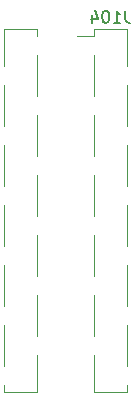
<source format=gbo>
G04 #@! TF.GenerationSoftware,KiCad,Pcbnew,9.0.6*
G04 #@! TF.CreationDate,2026-01-02T14:07:14-06:00*
G04 #@! TF.ProjectId,QFN-20_4x4,51464e2d-3230-45f3-9478-342e6b696361,rev?*
G04 #@! TF.SameCoordinates,Original*
G04 #@! TF.FileFunction,Legend,Bot*
G04 #@! TF.FilePolarity,Positive*
%FSLAX46Y46*%
G04 Gerber Fmt 4.6, Leading zero omitted, Abs format (unit mm)*
G04 Created by KiCad (PCBNEW 9.0.6) date 2026-01-02 14:07:14*
%MOMM*%
%LPD*%
G01*
G04 APERTURE LIST*
%ADD10C,0.150000*%
%ADD11C,0.120000*%
%ADD12C,1.700000*%
%ADD13R,1.700000X1.700000*%
%ADD14R,2.510000X1.000000*%
G04 APERTURE END LIST*
D10*
X143525714Y-103754819D02*
X143525714Y-104469104D01*
X143525714Y-104469104D02*
X143573333Y-104611961D01*
X143573333Y-104611961D02*
X143668571Y-104707200D01*
X143668571Y-104707200D02*
X143811428Y-104754819D01*
X143811428Y-104754819D02*
X143906666Y-104754819D01*
X142525714Y-104754819D02*
X143097142Y-104754819D01*
X142811428Y-104754819D02*
X142811428Y-103754819D01*
X142811428Y-103754819D02*
X142906666Y-103897676D01*
X142906666Y-103897676D02*
X143001904Y-103992914D01*
X143001904Y-103992914D02*
X143097142Y-104040533D01*
X141906666Y-103754819D02*
X141811428Y-103754819D01*
X141811428Y-103754819D02*
X141716190Y-103802438D01*
X141716190Y-103802438D02*
X141668571Y-103850057D01*
X141668571Y-103850057D02*
X141620952Y-103945295D01*
X141620952Y-103945295D02*
X141573333Y-104135771D01*
X141573333Y-104135771D02*
X141573333Y-104373866D01*
X141573333Y-104373866D02*
X141620952Y-104564342D01*
X141620952Y-104564342D02*
X141668571Y-104659580D01*
X141668571Y-104659580D02*
X141716190Y-104707200D01*
X141716190Y-104707200D02*
X141811428Y-104754819D01*
X141811428Y-104754819D02*
X141906666Y-104754819D01*
X141906666Y-104754819D02*
X142001904Y-104707200D01*
X142001904Y-104707200D02*
X142049523Y-104659580D01*
X142049523Y-104659580D02*
X142097142Y-104564342D01*
X142097142Y-104564342D02*
X142144761Y-104373866D01*
X142144761Y-104373866D02*
X142144761Y-104135771D01*
X142144761Y-104135771D02*
X142097142Y-103945295D01*
X142097142Y-103945295D02*
X142049523Y-103850057D01*
X142049523Y-103850057D02*
X142001904Y-103802438D01*
X142001904Y-103802438D02*
X141906666Y-103754819D01*
X140716190Y-104088152D02*
X140716190Y-104754819D01*
X140954285Y-103707200D02*
X141192380Y-104421485D01*
X141192380Y-104421485D02*
X140573333Y-104421485D01*
D11*
X133240000Y-105300000D02*
X133240000Y-108410000D01*
X133240000Y-110030000D02*
X133240000Y-113490000D01*
X133240000Y-115110000D02*
X133240000Y-118570000D01*
X133240000Y-120190000D02*
X133240000Y-123650000D01*
X133240000Y-125270000D02*
X133240000Y-128730000D01*
X133240000Y-130350000D02*
X133240000Y-133810000D01*
X133240000Y-135430000D02*
X133240000Y-136000000D01*
X136000000Y-105300000D02*
X133240000Y-105300000D01*
X136000000Y-105300000D02*
X136000000Y-105870000D01*
X136000000Y-107490000D02*
X136000000Y-110950000D01*
X136000000Y-112570000D02*
X136000000Y-116030000D01*
X136000000Y-117650000D02*
X136000000Y-121110000D01*
X136000000Y-122730000D02*
X136000000Y-126190000D01*
X136000000Y-127810000D02*
X136000000Y-131270000D01*
X136000000Y-132890000D02*
X136000000Y-136000000D01*
X136000000Y-136000000D02*
X133240000Y-136000000D01*
X143620000Y-136000000D02*
X140860000Y-136000000D01*
X143620000Y-135430000D02*
X143620000Y-136000000D01*
X143620000Y-130350000D02*
X143620000Y-133810000D01*
X143620000Y-125270000D02*
X143620000Y-128730000D01*
X143620000Y-120190000D02*
X143620000Y-123650000D01*
X143620000Y-115110000D02*
X143620000Y-118570000D01*
X143620000Y-110030000D02*
X143620000Y-113490000D01*
X143620000Y-105870000D02*
X143620000Y-108410000D01*
X143620000Y-105300000D02*
X143620000Y-108410000D01*
X143620000Y-105300000D02*
X140860000Y-105300000D01*
X140860000Y-132890000D02*
X140860000Y-136000000D01*
X140860000Y-127810000D02*
X140860000Y-131270000D01*
X140860000Y-122730000D02*
X140860000Y-126190000D01*
X140860000Y-117650000D02*
X140860000Y-121110000D01*
X140860000Y-112570000D02*
X140860000Y-116030000D01*
X140860000Y-107490000D02*
X140860000Y-110950000D01*
X140860000Y-105870000D02*
X139390000Y-105870000D01*
X140860000Y-105300000D02*
X140860000Y-105870000D01*
%LPC*%
D12*
X129540000Y-106680000D03*
D13*
X129540000Y-109220000D03*
D12*
X129540000Y-111760000D03*
X129540000Y-114300000D03*
X129540000Y-116840000D03*
X129540000Y-119380000D03*
X129540000Y-121920000D03*
X129540000Y-124460000D03*
X129540000Y-127000000D03*
X129540000Y-129540000D03*
X129540000Y-132080000D03*
X129540000Y-134620000D03*
X147320000Y-106680000D03*
X147320000Y-109220000D03*
X147320000Y-111760000D03*
X147320000Y-114300000D03*
X147320000Y-116840000D03*
X147320000Y-119380000D03*
X147320000Y-121920000D03*
X147320000Y-124460000D03*
X147320000Y-127000000D03*
X147320000Y-129540000D03*
X147320000Y-132080000D03*
X147320000Y-134620000D03*
D14*
X136275000Y-106680000D03*
X132965000Y-109220000D03*
X136275000Y-111760000D03*
X132965000Y-114300000D03*
X136275000Y-116840000D03*
X132965000Y-119380000D03*
X136275000Y-121920000D03*
X132965000Y-124460000D03*
X136275000Y-127000000D03*
X132965000Y-129540000D03*
X136275000Y-132080000D03*
X132965000Y-134620000D03*
X143895000Y-134620000D03*
X140585000Y-132080000D03*
X143895000Y-129540000D03*
X140585000Y-127000000D03*
X143895000Y-124460000D03*
X140585000Y-121920000D03*
X143895000Y-119380000D03*
X140585000Y-116840000D03*
X143895000Y-114300000D03*
X140585000Y-111760000D03*
X143895000Y-109220000D03*
X140585000Y-106680000D03*
%LPD*%
M02*

</source>
